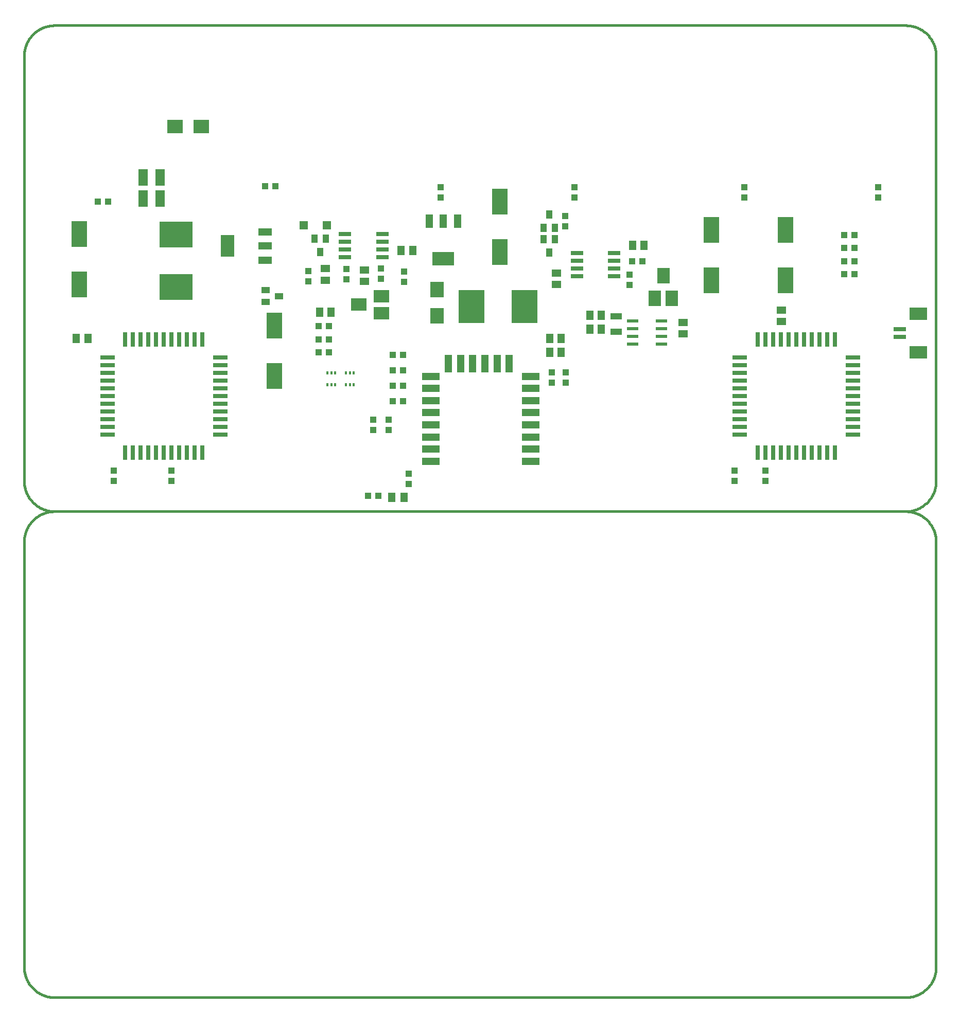
<source format=gtp>
G75*
%MOIN*%
%OFA0B0*%
%FSLAX25Y25*%
%IPPOS*%
%LPD*%
%AMOC8*
5,1,8,0,0,1.08239X$1,22.5*
%
%ADD10C,0.01600*%
%ADD11R,0.03937X0.04331*%
%ADD12R,0.04331X0.03937*%
%ADD13R,0.02559X0.09449*%
%ADD14R,0.09449X0.02559*%
%ADD15R,0.01654X0.02362*%
%ADD16R,0.08000X0.02600*%
%ADD17R,0.06299X0.10630*%
%ADD18R,0.05512X0.05512*%
%ADD19R,0.05512X0.03937*%
%ADD20R,0.03937X0.05512*%
%ADD21R,0.21654X0.16535*%
%ADD22R,0.09843X0.16929*%
%ADD23R,0.11811X0.04724*%
%ADD24R,0.04724X0.11811*%
%ADD25R,0.16535X0.21654*%
%ADD26R,0.07800X0.02200*%
%ADD27R,0.05118X0.05906*%
%ADD28R,0.05906X0.05118*%
%ADD29R,0.07480X0.04331*%
%ADD30R,0.11811X0.08268*%
%ADD31R,0.07874X0.03150*%
%ADD32R,0.09055X0.09843*%
%ADD33R,0.09843X0.09055*%
%ADD34R,0.09843X0.07874*%
%ADD35R,0.10236X0.07874*%
%ADD36R,0.05118X0.06299*%
%ADD37R,0.07874X0.09843*%
%ADD38R,0.07874X0.10236*%
%ADD39R,0.04800X0.08800*%
%ADD40R,0.14173X0.08661*%
%ADD41R,0.08800X0.04800*%
%ADD42R,0.08661X0.14173*%
D10*
X0001800Y0021485D02*
X0001800Y0297076D01*
X0001806Y0297552D01*
X0001823Y0298027D01*
X0001852Y0298502D01*
X0001892Y0298976D01*
X0001944Y0299449D01*
X0002007Y0299920D01*
X0002081Y0300390D01*
X0002167Y0300858D01*
X0002264Y0301324D01*
X0002372Y0301787D01*
X0002491Y0302247D01*
X0002622Y0302705D01*
X0002763Y0303159D01*
X0002916Y0303610D01*
X0003079Y0304056D01*
X0003253Y0304499D01*
X0003438Y0304937D01*
X0003633Y0305371D01*
X0003839Y0305800D01*
X0004055Y0306224D01*
X0004281Y0306643D01*
X0004517Y0307056D01*
X0004763Y0307463D01*
X0005019Y0307864D01*
X0005285Y0308258D01*
X0005560Y0308647D01*
X0005844Y0309028D01*
X0006137Y0309402D01*
X0006439Y0309770D01*
X0006751Y0310130D01*
X0007070Y0310482D01*
X0007398Y0310826D01*
X0007735Y0311163D01*
X0008079Y0311491D01*
X0008431Y0311810D01*
X0008791Y0312122D01*
X0009159Y0312424D01*
X0009533Y0312717D01*
X0009914Y0313001D01*
X0010303Y0313276D01*
X0010697Y0313542D01*
X0011098Y0313798D01*
X0011505Y0314044D01*
X0011918Y0314280D01*
X0012337Y0314506D01*
X0012761Y0314722D01*
X0013190Y0314928D01*
X0013624Y0315123D01*
X0014062Y0315308D01*
X0014505Y0315482D01*
X0014951Y0315645D01*
X0015402Y0315798D01*
X0015856Y0315939D01*
X0016314Y0316070D01*
X0016774Y0316189D01*
X0017237Y0316297D01*
X0017703Y0316394D01*
X0018171Y0316480D01*
X0018641Y0316554D01*
X0019112Y0316617D01*
X0019585Y0316669D01*
X0020059Y0316709D01*
X0020534Y0316738D01*
X0021009Y0316755D01*
X0021485Y0316761D01*
X0572666Y0316761D01*
X0573142Y0316755D01*
X0573617Y0316738D01*
X0574092Y0316709D01*
X0574566Y0316669D01*
X0575039Y0316617D01*
X0575510Y0316554D01*
X0575980Y0316480D01*
X0576448Y0316394D01*
X0576914Y0316297D01*
X0577377Y0316189D01*
X0577837Y0316070D01*
X0578295Y0315939D01*
X0578749Y0315798D01*
X0579200Y0315645D01*
X0579646Y0315482D01*
X0580089Y0315308D01*
X0580527Y0315123D01*
X0580961Y0314928D01*
X0581390Y0314722D01*
X0581814Y0314506D01*
X0582233Y0314280D01*
X0582646Y0314044D01*
X0583053Y0313798D01*
X0583454Y0313542D01*
X0583848Y0313276D01*
X0584237Y0313001D01*
X0584618Y0312717D01*
X0584992Y0312424D01*
X0585360Y0312122D01*
X0585720Y0311810D01*
X0586072Y0311491D01*
X0586416Y0311163D01*
X0586753Y0310826D01*
X0587081Y0310482D01*
X0587400Y0310130D01*
X0587712Y0309770D01*
X0588014Y0309402D01*
X0588307Y0309028D01*
X0588591Y0308647D01*
X0588866Y0308258D01*
X0589132Y0307864D01*
X0589388Y0307463D01*
X0589634Y0307056D01*
X0589870Y0306643D01*
X0590096Y0306224D01*
X0590312Y0305800D01*
X0590518Y0305371D01*
X0590713Y0304937D01*
X0590898Y0304499D01*
X0591072Y0304056D01*
X0591235Y0303610D01*
X0591388Y0303159D01*
X0591529Y0302705D01*
X0591660Y0302247D01*
X0591779Y0301787D01*
X0591887Y0301324D01*
X0591984Y0300858D01*
X0592070Y0300390D01*
X0592144Y0299920D01*
X0592207Y0299449D01*
X0592259Y0298976D01*
X0592299Y0298502D01*
X0592328Y0298027D01*
X0592345Y0297552D01*
X0592351Y0297076D01*
X0592351Y0021485D01*
X0592345Y0021009D01*
X0592328Y0020534D01*
X0592299Y0020059D01*
X0592259Y0019585D01*
X0592207Y0019112D01*
X0592144Y0018641D01*
X0592070Y0018171D01*
X0591984Y0017703D01*
X0591887Y0017237D01*
X0591779Y0016774D01*
X0591660Y0016314D01*
X0591529Y0015856D01*
X0591388Y0015402D01*
X0591235Y0014951D01*
X0591072Y0014505D01*
X0590898Y0014062D01*
X0590713Y0013624D01*
X0590518Y0013190D01*
X0590312Y0012761D01*
X0590096Y0012337D01*
X0589870Y0011918D01*
X0589634Y0011505D01*
X0589388Y0011098D01*
X0589132Y0010697D01*
X0588866Y0010303D01*
X0588591Y0009914D01*
X0588307Y0009533D01*
X0588014Y0009159D01*
X0587712Y0008791D01*
X0587400Y0008431D01*
X0587081Y0008079D01*
X0586753Y0007735D01*
X0586416Y0007398D01*
X0586072Y0007070D01*
X0585720Y0006751D01*
X0585360Y0006439D01*
X0584992Y0006137D01*
X0584618Y0005844D01*
X0584237Y0005560D01*
X0583848Y0005285D01*
X0583454Y0005019D01*
X0583053Y0004763D01*
X0582646Y0004517D01*
X0582233Y0004281D01*
X0581814Y0004055D01*
X0581390Y0003839D01*
X0580961Y0003633D01*
X0580527Y0003438D01*
X0580089Y0003253D01*
X0579646Y0003079D01*
X0579200Y0002916D01*
X0578749Y0002763D01*
X0578295Y0002622D01*
X0577837Y0002491D01*
X0577377Y0002372D01*
X0576914Y0002264D01*
X0576448Y0002167D01*
X0575980Y0002081D01*
X0575510Y0002007D01*
X0575039Y0001944D01*
X0574566Y0001892D01*
X0574092Y0001852D01*
X0573617Y0001823D01*
X0573142Y0001806D01*
X0572666Y0001800D01*
X0021485Y0001800D01*
X0021009Y0001806D01*
X0020534Y0001823D01*
X0020059Y0001852D01*
X0019585Y0001892D01*
X0019112Y0001944D01*
X0018641Y0002007D01*
X0018171Y0002081D01*
X0017703Y0002167D01*
X0017237Y0002264D01*
X0016774Y0002372D01*
X0016314Y0002491D01*
X0015856Y0002622D01*
X0015402Y0002763D01*
X0014951Y0002916D01*
X0014505Y0003079D01*
X0014062Y0003253D01*
X0013624Y0003438D01*
X0013190Y0003633D01*
X0012761Y0003839D01*
X0012337Y0004055D01*
X0011918Y0004281D01*
X0011505Y0004517D01*
X0011098Y0004763D01*
X0010697Y0005019D01*
X0010303Y0005285D01*
X0009914Y0005560D01*
X0009533Y0005844D01*
X0009159Y0006137D01*
X0008791Y0006439D01*
X0008431Y0006751D01*
X0008079Y0007070D01*
X0007735Y0007398D01*
X0007398Y0007735D01*
X0007070Y0008079D01*
X0006751Y0008431D01*
X0006439Y0008791D01*
X0006137Y0009159D01*
X0005844Y0009533D01*
X0005560Y0009914D01*
X0005285Y0010303D01*
X0005019Y0010697D01*
X0004763Y0011098D01*
X0004517Y0011505D01*
X0004281Y0011918D01*
X0004055Y0012337D01*
X0003839Y0012761D01*
X0003633Y0013190D01*
X0003438Y0013624D01*
X0003253Y0014062D01*
X0003079Y0014505D01*
X0002916Y0014951D01*
X0002763Y0015402D01*
X0002622Y0015856D01*
X0002491Y0016314D01*
X0002372Y0016774D01*
X0002264Y0017237D01*
X0002167Y0017703D01*
X0002081Y0018171D01*
X0002007Y0018641D01*
X0001944Y0019112D01*
X0001892Y0019585D01*
X0001852Y0020059D01*
X0001823Y0020534D01*
X0001806Y0021009D01*
X0001800Y0021485D01*
X0001800Y0336446D02*
X0001800Y0612036D01*
X0001806Y0612512D01*
X0001823Y0612987D01*
X0001852Y0613462D01*
X0001892Y0613936D01*
X0001944Y0614409D01*
X0002007Y0614880D01*
X0002081Y0615350D01*
X0002167Y0615818D01*
X0002264Y0616284D01*
X0002372Y0616747D01*
X0002491Y0617207D01*
X0002622Y0617665D01*
X0002763Y0618119D01*
X0002916Y0618570D01*
X0003079Y0619016D01*
X0003253Y0619459D01*
X0003438Y0619897D01*
X0003633Y0620331D01*
X0003839Y0620760D01*
X0004055Y0621184D01*
X0004281Y0621603D01*
X0004517Y0622016D01*
X0004763Y0622423D01*
X0005019Y0622824D01*
X0005285Y0623218D01*
X0005560Y0623607D01*
X0005844Y0623988D01*
X0006137Y0624362D01*
X0006439Y0624730D01*
X0006751Y0625090D01*
X0007070Y0625442D01*
X0007398Y0625786D01*
X0007735Y0626123D01*
X0008079Y0626451D01*
X0008431Y0626770D01*
X0008791Y0627082D01*
X0009159Y0627384D01*
X0009533Y0627677D01*
X0009914Y0627961D01*
X0010303Y0628236D01*
X0010697Y0628502D01*
X0011098Y0628758D01*
X0011505Y0629004D01*
X0011918Y0629240D01*
X0012337Y0629466D01*
X0012761Y0629682D01*
X0013190Y0629888D01*
X0013624Y0630083D01*
X0014062Y0630268D01*
X0014505Y0630442D01*
X0014951Y0630605D01*
X0015402Y0630758D01*
X0015856Y0630899D01*
X0016314Y0631030D01*
X0016774Y0631149D01*
X0017237Y0631257D01*
X0017703Y0631354D01*
X0018171Y0631440D01*
X0018641Y0631514D01*
X0019112Y0631577D01*
X0019585Y0631629D01*
X0020059Y0631669D01*
X0020534Y0631698D01*
X0021009Y0631715D01*
X0021485Y0631721D01*
X0572666Y0631721D01*
X0573142Y0631715D01*
X0573617Y0631698D01*
X0574092Y0631669D01*
X0574566Y0631629D01*
X0575039Y0631577D01*
X0575510Y0631514D01*
X0575980Y0631440D01*
X0576448Y0631354D01*
X0576914Y0631257D01*
X0577377Y0631149D01*
X0577837Y0631030D01*
X0578295Y0630899D01*
X0578749Y0630758D01*
X0579200Y0630605D01*
X0579646Y0630442D01*
X0580089Y0630268D01*
X0580527Y0630083D01*
X0580961Y0629888D01*
X0581390Y0629682D01*
X0581814Y0629466D01*
X0582233Y0629240D01*
X0582646Y0629004D01*
X0583053Y0628758D01*
X0583454Y0628502D01*
X0583848Y0628236D01*
X0584237Y0627961D01*
X0584618Y0627677D01*
X0584992Y0627384D01*
X0585360Y0627082D01*
X0585720Y0626770D01*
X0586072Y0626451D01*
X0586416Y0626123D01*
X0586753Y0625786D01*
X0587081Y0625442D01*
X0587400Y0625090D01*
X0587712Y0624730D01*
X0588014Y0624362D01*
X0588307Y0623988D01*
X0588591Y0623607D01*
X0588866Y0623218D01*
X0589132Y0622824D01*
X0589388Y0622423D01*
X0589634Y0622016D01*
X0589870Y0621603D01*
X0590096Y0621184D01*
X0590312Y0620760D01*
X0590518Y0620331D01*
X0590713Y0619897D01*
X0590898Y0619459D01*
X0591072Y0619016D01*
X0591235Y0618570D01*
X0591388Y0618119D01*
X0591529Y0617665D01*
X0591660Y0617207D01*
X0591779Y0616747D01*
X0591887Y0616284D01*
X0591984Y0615818D01*
X0592070Y0615350D01*
X0592144Y0614880D01*
X0592207Y0614409D01*
X0592259Y0613936D01*
X0592299Y0613462D01*
X0592328Y0612987D01*
X0592345Y0612512D01*
X0592351Y0612036D01*
X0592351Y0336446D01*
X0592345Y0335970D01*
X0592328Y0335495D01*
X0592299Y0335020D01*
X0592259Y0334546D01*
X0592207Y0334073D01*
X0592144Y0333602D01*
X0592070Y0333132D01*
X0591984Y0332664D01*
X0591887Y0332198D01*
X0591779Y0331735D01*
X0591660Y0331275D01*
X0591529Y0330817D01*
X0591388Y0330363D01*
X0591235Y0329912D01*
X0591072Y0329466D01*
X0590898Y0329023D01*
X0590713Y0328585D01*
X0590518Y0328151D01*
X0590312Y0327722D01*
X0590096Y0327298D01*
X0589870Y0326879D01*
X0589634Y0326466D01*
X0589388Y0326059D01*
X0589132Y0325658D01*
X0588866Y0325264D01*
X0588591Y0324875D01*
X0588307Y0324494D01*
X0588014Y0324120D01*
X0587712Y0323752D01*
X0587400Y0323392D01*
X0587081Y0323040D01*
X0586753Y0322696D01*
X0586416Y0322359D01*
X0586072Y0322031D01*
X0585720Y0321712D01*
X0585360Y0321400D01*
X0584992Y0321098D01*
X0584618Y0320805D01*
X0584237Y0320521D01*
X0583848Y0320246D01*
X0583454Y0319980D01*
X0583053Y0319724D01*
X0582646Y0319478D01*
X0582233Y0319242D01*
X0581814Y0319016D01*
X0581390Y0318800D01*
X0580961Y0318594D01*
X0580527Y0318399D01*
X0580089Y0318214D01*
X0579646Y0318040D01*
X0579200Y0317877D01*
X0578749Y0317724D01*
X0578295Y0317583D01*
X0577837Y0317452D01*
X0577377Y0317333D01*
X0576914Y0317225D01*
X0576448Y0317128D01*
X0575980Y0317042D01*
X0575510Y0316968D01*
X0575039Y0316905D01*
X0574566Y0316853D01*
X0574092Y0316813D01*
X0573617Y0316784D01*
X0573142Y0316767D01*
X0572666Y0316761D01*
X0021485Y0316761D02*
X0021009Y0316767D01*
X0020534Y0316784D01*
X0020059Y0316813D01*
X0019585Y0316853D01*
X0019112Y0316905D01*
X0018641Y0316968D01*
X0018171Y0317042D01*
X0017703Y0317128D01*
X0017237Y0317225D01*
X0016774Y0317333D01*
X0016314Y0317452D01*
X0015856Y0317583D01*
X0015402Y0317724D01*
X0014951Y0317877D01*
X0014505Y0318040D01*
X0014062Y0318214D01*
X0013624Y0318399D01*
X0013190Y0318594D01*
X0012761Y0318800D01*
X0012337Y0319016D01*
X0011918Y0319242D01*
X0011505Y0319478D01*
X0011098Y0319724D01*
X0010697Y0319980D01*
X0010303Y0320246D01*
X0009914Y0320521D01*
X0009533Y0320805D01*
X0009159Y0321098D01*
X0008791Y0321400D01*
X0008431Y0321712D01*
X0008079Y0322031D01*
X0007735Y0322359D01*
X0007398Y0322696D01*
X0007070Y0323040D01*
X0006751Y0323392D01*
X0006439Y0323752D01*
X0006137Y0324120D01*
X0005844Y0324494D01*
X0005560Y0324875D01*
X0005285Y0325264D01*
X0005019Y0325658D01*
X0004763Y0326059D01*
X0004517Y0326466D01*
X0004281Y0326879D01*
X0004055Y0327298D01*
X0003839Y0327722D01*
X0003633Y0328151D01*
X0003438Y0328585D01*
X0003253Y0329023D01*
X0003079Y0329466D01*
X0002916Y0329912D01*
X0002763Y0330363D01*
X0002622Y0330817D01*
X0002491Y0331275D01*
X0002372Y0331735D01*
X0002264Y0332198D01*
X0002167Y0332664D01*
X0002081Y0333132D01*
X0002007Y0333602D01*
X0001944Y0334073D01*
X0001892Y0334546D01*
X0001852Y0335020D01*
X0001823Y0335495D01*
X0001806Y0335970D01*
X0001800Y0336446D01*
D11*
X0049635Y0517548D03*
X0056328Y0517548D03*
X0157902Y0527391D03*
X0164595Y0527391D03*
X0192454Y0436761D03*
X0192454Y0428261D03*
X0192454Y0419761D03*
X0199146Y0419761D03*
X0199146Y0428261D03*
X0199146Y0436761D03*
X0240454Y0418261D03*
X0247146Y0418261D03*
X0247146Y0408261D03*
X0240454Y0408261D03*
X0240454Y0398261D03*
X0247146Y0398261D03*
X0247146Y0388261D03*
X0240454Y0388261D03*
X0231146Y0326761D03*
X0224454Y0326761D03*
X0395454Y0478761D03*
X0402146Y0478761D03*
X0532792Y0478946D03*
X0539485Y0478946D03*
X0539485Y0487446D03*
X0532792Y0487446D03*
X0532792Y0495946D03*
X0539485Y0495946D03*
X0539485Y0470446D03*
X0532792Y0470446D03*
D12*
X0554950Y0520107D03*
X0554950Y0526800D03*
X0468335Y0526800D03*
X0468335Y0520107D03*
X0393800Y0470107D03*
X0393800Y0463414D03*
X0352300Y0501414D03*
X0352300Y0508107D03*
X0358099Y0520107D03*
X0358099Y0526800D03*
X0271485Y0526800D03*
X0271485Y0520107D03*
X0247800Y0472107D03*
X0247800Y0465414D03*
X0232957Y0467517D03*
X0232957Y0474209D03*
X0210643Y0474005D03*
X0210643Y0467312D03*
X0185698Y0465981D03*
X0185698Y0472674D03*
X0227800Y0376107D03*
X0227800Y0369414D03*
X0237800Y0369414D03*
X0237800Y0376107D03*
X0250800Y0341107D03*
X0250800Y0334414D03*
X0343406Y0400083D03*
X0343406Y0406776D03*
X0352406Y0406776D03*
X0352406Y0400083D03*
X0461800Y0343107D03*
X0461800Y0336414D03*
X0481800Y0336414D03*
X0481800Y0343107D03*
X0097300Y0343107D03*
X0097300Y0336414D03*
X0059800Y0336414D03*
X0059800Y0343107D03*
D13*
X0067351Y0354950D03*
X0072351Y0354950D03*
X0077351Y0354950D03*
X0082351Y0354950D03*
X0087351Y0354950D03*
X0092351Y0354950D03*
X0097351Y0354950D03*
X0102351Y0354950D03*
X0107351Y0354950D03*
X0112351Y0354950D03*
X0117351Y0354950D03*
X0117351Y0428178D03*
X0112351Y0428178D03*
X0107351Y0428178D03*
X0102351Y0428178D03*
X0097351Y0428178D03*
X0092351Y0428178D03*
X0087351Y0428178D03*
X0082351Y0428178D03*
X0077351Y0428178D03*
X0072351Y0428178D03*
X0067351Y0428178D03*
X0476800Y0428178D03*
X0481800Y0428178D03*
X0486800Y0428178D03*
X0491800Y0428178D03*
X0496800Y0428178D03*
X0501800Y0428178D03*
X0506800Y0428178D03*
X0511800Y0428178D03*
X0516800Y0428178D03*
X0521800Y0428178D03*
X0526800Y0428178D03*
X0526800Y0354950D03*
X0521800Y0354950D03*
X0516800Y0354950D03*
X0511800Y0354950D03*
X0506800Y0354950D03*
X0501800Y0354950D03*
X0496800Y0354950D03*
X0491800Y0354950D03*
X0486800Y0354950D03*
X0481800Y0354950D03*
X0476800Y0354950D03*
D14*
X0465186Y0366564D03*
X0465186Y0371564D03*
X0465186Y0376564D03*
X0465186Y0381564D03*
X0465186Y0386564D03*
X0465186Y0391564D03*
X0465186Y0396564D03*
X0465186Y0401564D03*
X0465186Y0406564D03*
X0465186Y0411564D03*
X0465186Y0416564D03*
X0538414Y0416564D03*
X0538414Y0411564D03*
X0538414Y0406564D03*
X0538414Y0401564D03*
X0538414Y0396564D03*
X0538414Y0391564D03*
X0538414Y0386564D03*
X0538414Y0381564D03*
X0538414Y0376564D03*
X0538414Y0371564D03*
X0538414Y0366564D03*
X0128965Y0366564D03*
X0128965Y0371564D03*
X0128965Y0376564D03*
X0128965Y0381564D03*
X0128965Y0386564D03*
X0128965Y0391564D03*
X0128965Y0396564D03*
X0128965Y0401564D03*
X0128965Y0406564D03*
X0128965Y0411564D03*
X0128965Y0416564D03*
X0055737Y0416564D03*
X0055737Y0411564D03*
X0055737Y0406564D03*
X0055737Y0401564D03*
X0055737Y0396564D03*
X0055737Y0391564D03*
X0055737Y0386564D03*
X0055737Y0381564D03*
X0055737Y0376564D03*
X0055737Y0371564D03*
X0055737Y0366564D03*
D15*
X0198241Y0399020D03*
X0200800Y0399020D03*
X0203359Y0399020D03*
X0210241Y0399020D03*
X0212800Y0399020D03*
X0215359Y0399020D03*
X0215359Y0406501D03*
X0212800Y0406501D03*
X0210241Y0406501D03*
X0203359Y0406501D03*
X0200800Y0406501D03*
X0198241Y0406501D03*
D16*
X0209582Y0481434D03*
X0209582Y0486434D03*
X0209582Y0491434D03*
X0209582Y0496434D03*
X0233782Y0496434D03*
X0233782Y0491434D03*
X0233782Y0486434D03*
X0233782Y0481434D03*
X0359755Y0479300D03*
X0359755Y0474300D03*
X0359755Y0469300D03*
X0359755Y0484300D03*
X0383955Y0484300D03*
X0383955Y0479300D03*
X0383955Y0474300D03*
X0383955Y0469300D03*
D17*
X0089989Y0519517D03*
X0078965Y0519517D03*
X0078965Y0533296D03*
X0089989Y0533296D03*
D18*
X0182902Y0502154D03*
X0197863Y0502154D03*
D19*
X0166879Y0456328D03*
X0158217Y0460068D03*
X0158217Y0452587D03*
D20*
X0193493Y0484989D03*
X0197233Y0493650D03*
X0189753Y0493650D03*
X0338060Y0493091D03*
X0338060Y0500430D03*
X0345540Y0500430D03*
X0345540Y0493091D03*
X0341800Y0484430D03*
X0341800Y0509091D03*
D21*
X0100209Y0496312D03*
X0100209Y0462060D03*
D22*
X0037391Y0463713D03*
X0037391Y0496391D03*
X0163847Y0437194D03*
X0163847Y0404517D03*
X0309800Y0484922D03*
X0309800Y0517599D03*
X0446800Y0499099D03*
X0446800Y0466422D03*
X0494800Y0466422D03*
X0494800Y0499099D03*
D23*
X0329753Y0404359D03*
X0329753Y0396485D03*
X0329753Y0388611D03*
X0329753Y0380737D03*
X0329753Y0372863D03*
X0329753Y0364989D03*
X0329753Y0357115D03*
X0329753Y0349241D03*
X0265186Y0349241D03*
X0265186Y0357115D03*
X0265186Y0364989D03*
X0265186Y0372863D03*
X0265186Y0380737D03*
X0265186Y0388611D03*
X0265186Y0396485D03*
X0265186Y0404359D03*
D24*
X0276603Y0412627D03*
X0284477Y0412627D03*
X0292351Y0412627D03*
X0300225Y0412627D03*
X0308099Y0412627D03*
X0315973Y0412627D03*
D25*
X0325816Y0449627D03*
X0291564Y0449627D03*
D26*
X0395980Y0440300D03*
X0395980Y0435300D03*
X0395980Y0430300D03*
X0395980Y0425300D03*
X0414580Y0425300D03*
X0414580Y0430300D03*
X0414580Y0435300D03*
X0414580Y0440300D03*
D27*
X0375540Y0443761D03*
X0368060Y0443761D03*
X0368060Y0434761D03*
X0375540Y0434761D03*
X0349540Y0428761D03*
X0342060Y0428761D03*
X0342060Y0419761D03*
X0349540Y0419761D03*
X0395816Y0489123D03*
X0403296Y0489123D03*
X0253422Y0485824D03*
X0245942Y0485824D03*
X0200540Y0445761D03*
X0193060Y0445761D03*
X0043115Y0428863D03*
X0035635Y0428863D03*
D28*
X0196831Y0466643D03*
X0196831Y0474123D03*
X0222178Y0473335D03*
X0222178Y0465855D03*
X0346682Y0463887D03*
X0346682Y0471367D03*
X0428650Y0439209D03*
X0428650Y0431729D03*
X0492257Y0439792D03*
X0492257Y0447272D03*
D29*
X0385225Y0443194D03*
X0385225Y0433351D03*
D30*
X0580721Y0444985D03*
X0580721Y0419985D03*
D31*
X0568910Y0430024D03*
X0568910Y0434946D03*
D32*
X0269359Y0443658D03*
X0269359Y0460587D03*
D33*
X0116367Y0566178D03*
X0099438Y0566178D03*
D34*
X0218517Y0450761D03*
D35*
X0233280Y0456272D03*
X0233280Y0445249D03*
D36*
X0239863Y0325761D03*
X0247737Y0325761D03*
D37*
X0415800Y0469544D03*
D38*
X0410288Y0454780D03*
X0421312Y0454780D03*
D39*
X0282400Y0504961D03*
X0273300Y0504961D03*
X0264200Y0504961D03*
D40*
X0273300Y0480560D03*
D41*
X0158000Y0479661D03*
X0158000Y0488761D03*
X0158000Y0497861D03*
D42*
X0133599Y0488761D03*
M02*

</source>
